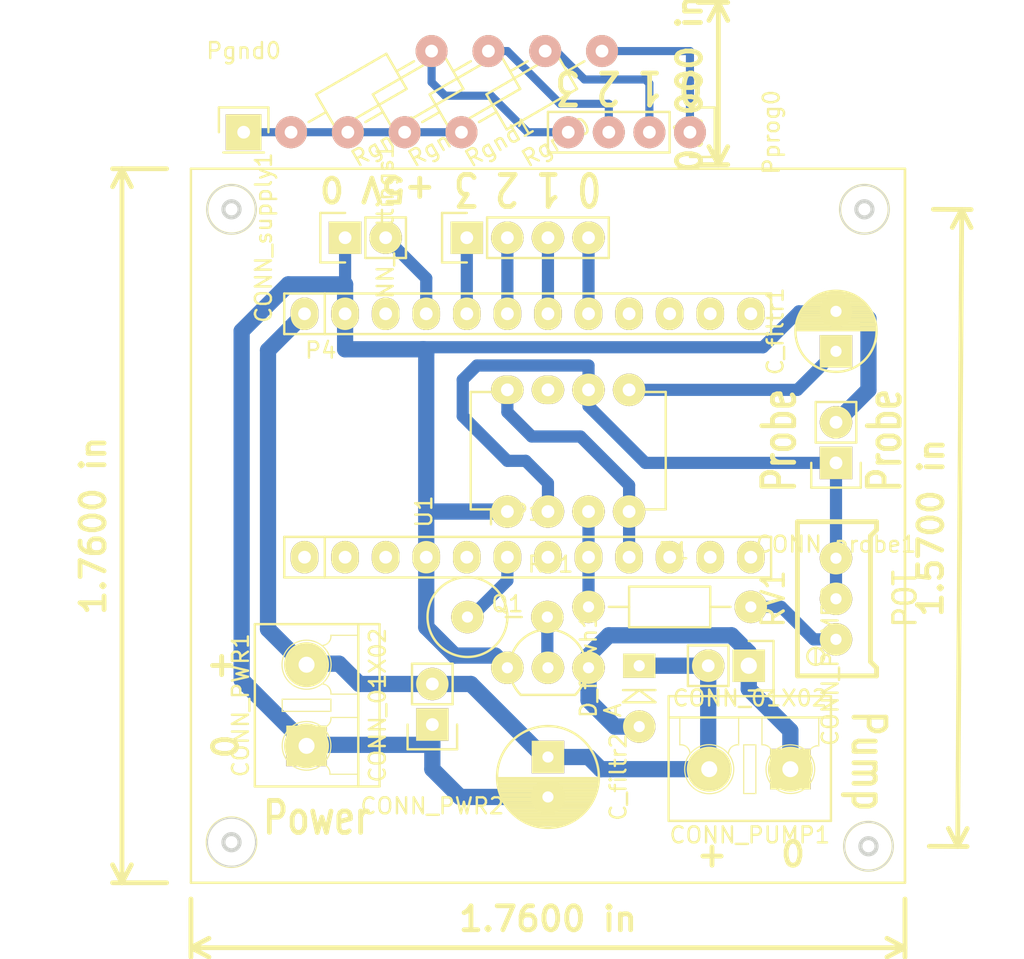
<source format=kicad_pcb>
(kicad_pcb (version 4) (host pcbnew 4.0.2+e4-6225~38~ubuntu14.04.1-stable)

  (general
    (links 45)
    (no_connects 5)
    (area 116.206001 68.326 174.5075 130.208001)
    (thickness 1.6)
    (drawings 32)
    (tracks 113)
    (zones 0)
    (modules 23)
    (nets 33)
  )

  (page A4)
  (title_block
    (date "sam. 04 avril 2015")
  )

  (layers
    (0 F.Cu signal)
    (31 B.Cu signal)
    (32 B.Adhes user)
    (33 F.Adhes user)
    (34 B.Paste user)
    (35 F.Paste user)
    (36 B.SilkS user)
    (37 F.SilkS user)
    (38 B.Mask user)
    (39 F.Mask user)
    (40 Dwgs.User user)
    (41 Cmts.User user)
    (42 Eco1.User user)
    (43 Eco2.User user)
    (44 Edge.Cuts user)
    (45 Margin user)
    (46 B.CrtYd user)
    (47 F.CrtYd user)
    (48 B.Fab user)
    (49 F.Fab user)
  )

  (setup
    (last_trace_width 0.25)
    (user_trace_width 0.508)
    (user_trace_width 0.762)
    (user_trace_width 1.016)
    (trace_clearance 0.2)
    (zone_clearance 0.508)
    (zone_45_only no)
    (trace_min 0.2)
    (segment_width 0.15)
    (edge_width 0.1)
    (via_size 0.6)
    (via_drill 0.4)
    (via_min_size 0.4)
    (via_min_drill 0.3)
    (uvia_size 0.3)
    (uvia_drill 0.1)
    (uvias_allowed no)
    (uvia_min_size 0.2)
    (uvia_min_drill 0.1)
    (pcb_text_width 0.3)
    (pcb_text_size 1.5 1.5)
    (mod_edge_width 0.15)
    (mod_text_size 1 1)
    (mod_text_width 0.15)
    (pad_size 1.524 2.032)
    (pad_drill 0.7)
    (pad_to_mask_clearance 0)
    (aux_axis_origin 137.16 114.3)
    (visible_elements FFFFFF7F)
    (pcbplotparams
      (layerselection 0x00030_80000001)
      (usegerberextensions false)
      (excludeedgelayer true)
      (linewidth 0.100000)
      (plotframeref false)
      (viasonmask false)
      (mode 1)
      (useauxorigin false)
      (hpglpennumber 1)
      (hpglpenspeed 20)
      (hpglpendiameter 15)
      (hpglpenoverlay 2)
      (psnegative false)
      (psa4output false)
      (plotreference true)
      (plotvalue true)
      (plotinvisibletext false)
      (padsonsilk false)
      (subtractmaskfromsilk false)
      (outputformat 1)
      (mirror false)
      (drillshape 1)
      (scaleselection 1)
      (outputdirectory print/))
  )

  (net 0 "")
  (net 1 "/1(Tx)")
  (net 2 "/0(Rx)")
  (net 3 /Reset)
  (net 4 GND)
  (net 5 /2)
  (net 6 "/3(**)")
  (net 7 /4)
  (net 8 "/5(**)")
  (net 9 /7)
  (net 10 /8)
  (net 11 "/9(**)")
  (net 12 VCC)
  (net 13 /A3)
  (net 14 /A2)
  (net 15 /A1)
  (net 16 /A0)
  (net 17 "/13(SCK)")
  (net 18 "/12(MISO)")
  (net 19 "/11(**/MOSI)")
  (net 20 "/10(**/SS)")
  (net 21 "Net-(CONN_probe1-Pad1)")
  (net 22 "Net-(CONN_PUMP1-Pad1)")
  (net 23 +12V)
  (net 24 "Net-(C_filtr1-Pad1)")
  (net 25 "Net-(Q1-Pad2)")
  (net 26 "Net-(R1-Pad2)")
  (net 27 "Net-(U1-Pad7)")
  (net 28 "Net-(Pgnd0-Pad1)")
  (net 29 "Net-(Pprog0-Pad1)")
  (net 30 "Net-(Pprog0-Pad2)")
  (net 31 "Net-(Pprog0-Pad3)")
  (net 32 "Net-(Pprog0-Pad4)")

  (net_class Default "This is the default net class."
    (clearance 0.2)
    (trace_width 0.25)
    (via_dia 0.6)
    (via_drill 0.4)
    (uvia_dia 0.3)
    (uvia_drill 0.1)
    (add_net +12V)
    (add_net "/0(Rx)")
    (add_net "/1(Tx)")
    (add_net "/10(**/SS)")
    (add_net "/11(**/MOSI)")
    (add_net "/12(MISO)")
    (add_net "/13(SCK)")
    (add_net /2)
    (add_net "/3(**)")
    (add_net /4)
    (add_net "/5(**)")
    (add_net /7)
    (add_net /8)
    (add_net "/9(**)")
    (add_net /A0)
    (add_net /A1)
    (add_net /A2)
    (add_net /A3)
    (add_net /Reset)
    (add_net GND)
    (add_net "Net-(CONN_PUMP1-Pad1)")
    (add_net "Net-(CONN_probe1-Pad1)")
    (add_net "Net-(C_filtr1-Pad1)")
    (add_net "Net-(Pgnd0-Pad1)")
    (add_net "Net-(Pprog0-Pad1)")
    (add_net "Net-(Pprog0-Pad2)")
    (add_net "Net-(Pprog0-Pad3)")
    (add_net "Net-(Pprog0-Pad4)")
    (add_net "Net-(Q1-Pad2)")
    (add_net "Net-(R1-Pad2)")
    (add_net "Net-(U1-Pad7)")
    (add_net VCC)
  )

  (module TO_SOT_Packages_THT:TO-92_Inline_Wide (layer F.Cu) (tedit 567F077D) (tstamp 567BF6A3)
    (at 148.336 109.982)
    (descr "TO-92 leads in-line, wide, drill 0.8mm (see NXP sot054_po.pdf)")
    (tags "to-92 sc-43 sc-43a sot54 PA33 transistor")
    (path /567F073B)
    (fp_text reference Q1 (at 0 -4 180) (layer F.SilkS)
      (effects (font (size 1 1) (thickness 0.15)))
    )
    (fp_text value 2N2222 (at 2.286 2.032) (layer F.Fab)
      (effects (font (size 1 1) (thickness 0.15)))
    )
    (fp_arc (start 2.54 0) (end 0.84 1.7) (angle 20.5) (layer F.SilkS) (width 0.15))
    (fp_arc (start 2.54 0) (end 4.24 1.7) (angle -20.5) (layer F.SilkS) (width 0.15))
    (fp_line (start -1 1.95) (end -1 -2.65) (layer F.CrtYd) (width 0.05))
    (fp_line (start -1 1.95) (end 6.1 1.95) (layer F.CrtYd) (width 0.05))
    (fp_line (start 0.84 1.7) (end 4.24 1.7) (layer F.SilkS) (width 0.15))
    (fp_arc (start 2.54 0) (end 2.54 -2.4) (angle -65.55604127) (layer F.SilkS) (width 0.15))
    (fp_arc (start 2.54 0) (end 2.54 -2.4) (angle 65.55604127) (layer F.SilkS) (width 0.15))
    (fp_line (start -1 -2.65) (end 6.1 -2.65) (layer F.CrtYd) (width 0.05))
    (fp_line (start 6.1 1.95) (end 6.1 -2.65) (layer F.CrtYd) (width 0.05))
    (pad 2 thru_hole oval (at 2.54 0) (size 2.032 2.032) (drill 0.7) (layers *.Cu *.Mask F.SilkS)
      (net 25 "Net-(Q1-Pad2)"))
    (pad 3 thru_hole oval (at 5.08 0) (size 2.032 2.032) (drill 0.7) (layers *.Cu *.Mask F.SilkS)
      (net 22 "Net-(CONN_PUMP1-Pad1)"))
    (pad 1 thru_hole oval (at 0 0) (size 2.032 2.032) (drill 0.7) (layers *.Cu *.Mask F.SilkS)
      (net 4 GND))
    (model TO_SOT_Packages_THT.3dshapes/TO-92_Inline_Wide.wrl
      (at (xyz 0.1 0 0))
      (scale (xyz 1 1 1))
      (rotate (xyz 0 0 -90))
    )
  )

  (module Socket_Arduino_Pro_Mini:Socket_Strip_Arduino_1x12 locked (layer F.Cu) (tedit 567CA188) (tstamp 552111CC)
    (at 135.636 103.0605)
    (descr "Through hole socket strip")
    (tags "socket strip")
    (path /552014A1)
    (fp_text reference P1 (at 13.97 -2.794) (layer F.SilkS)
      (effects (font (size 1 1) (thickness 0.15)))
    )
    (fp_text value Digital (at 18.034 -2.794) (layer F.Fab)
      (effects (font (size 1 1) (thickness 0.15)))
    )
    (fp_line (start 1.27 -1.27) (end -1.27 -1.27) (layer F.SilkS) (width 0.15))
    (fp_line (start -1.27 -1.27) (end -1.27 1.27) (layer F.SilkS) (width 0.15))
    (fp_line (start -1.27 1.27) (end 1.27 1.27) (layer F.SilkS) (width 0.15))
    (fp_line (start -1.75 -1.75) (end -1.75 1.75) (layer F.CrtYd) (width 0.05))
    (fp_line (start 29.7 -1.75) (end 29.7 1.75) (layer F.CrtYd) (width 0.05))
    (fp_line (start -1.75 -1.75) (end 29.7 -1.75) (layer F.CrtYd) (width 0.05))
    (fp_line (start -1.75 1.75) (end 29.7 1.75) (layer F.CrtYd) (width 0.05))
    (fp_line (start 1.27 1.27) (end 29.21 1.27) (layer F.SilkS) (width 0.15))
    (fp_line (start 29.21 1.27) (end 29.21 -1.27) (layer F.SilkS) (width 0.15))
    (fp_line (start 29.21 -1.27) (end 1.27 -1.27) (layer F.SilkS) (width 0.15))
    (fp_line (start 1.27 1.27) (end 1.27 -1.27) (layer F.SilkS) (width 0.15))
    (pad 1 thru_hole oval (at 0 0) (size 1.7272 2.032) (drill 0.8) (layers *.Cu *.Mask F.SilkS)
      (net 1 "/1(Tx)"))
    (pad 2 thru_hole oval (at 2.54 0) (size 1.7272 2.032) (drill 0.8) (layers *.Cu *.Mask F.SilkS)
      (net 2 "/0(Rx)"))
    (pad 3 thru_hole oval (at 5.08 0) (size 1.7272 2.032) (drill 0.8) (layers *.Cu *.Mask F.SilkS)
      (net 3 /Reset))
    (pad 4 thru_hole oval (at 7.62 0) (size 1.7272 2.032) (drill 0.8) (layers *.Cu *.Mask F.SilkS)
      (net 4 GND))
    (pad 5 thru_hole oval (at 10.16 0) (size 1.7272 2.032) (drill 0.8) (layers *.Cu *.Mask F.SilkS)
      (net 5 /2))
    (pad 6 thru_hole oval (at 12.7 0) (size 1.7272 2.032) (drill 0.8) (layers *.Cu *.Mask F.SilkS)
      (net 6 "/3(**)"))
    (pad 7 thru_hole oval (at 15.24 0) (size 1.7272 2.032) (drill 0.8) (layers *.Cu *.Mask F.SilkS)
      (net 7 /4))
    (pad 8 thru_hole oval (at 17.78 0) (size 1.7272 2.032) (drill 0.8) (layers *.Cu *.Mask F.SilkS)
      (net 8 "/5(**)"))
    (pad 9 thru_hole oval (at 20.32 0) (size 1.7272 2.032) (drill 0.8) (layers *.Cu *.Mask F.SilkS)
      (net 12 VCC))
    (pad 10 thru_hole oval (at 22.86 0) (size 1.7272 2.032) (drill 0.8) (layers *.Cu *.Mask F.SilkS)
      (net 9 /7))
    (pad 11 thru_hole oval (at 25.4 0) (size 1.7272 2.032) (drill 0.8) (layers *.Cu *.Mask F.SilkS)
      (net 10 /8))
    (pad 12 thru_hole oval (at 27.94 0) (size 1.7272 2.032) (drill 0.8) (layers *.Cu *.Mask F.SilkS)
      (net 11 "/9(**)"))
    (model ${KIPRJMOD}/Socket_Arduino_Pro_Mini.3dshapes/Socket_header_Arduino_1x12.wrl
      (at (xyz 0.55 0 0))
      (scale (xyz 1 1 1))
      (rotate (xyz 0 0 180))
    )
  )

  (module Socket_Arduino_Pro_Mini:Socket_Strip_Arduino_1x12 locked (layer F.Cu) (tedit 567CA146) (tstamp 5521120D)
    (at 135.636 87.8205)
    (descr "Through hole socket strip")
    (tags "socket strip")
    (path /552014EF)
    (fp_text reference P4 (at 1.016 2.286) (layer F.SilkS)
      (effects (font (size 1 1) (thickness 0.15)))
    )
    (fp_text value Analog (at 4.826 2.54) (layer F.Fab)
      (effects (font (size 1 1) (thickness 0.15)))
    )
    (fp_line (start 1.27 -1.27) (end -1.27 -1.27) (layer F.SilkS) (width 0.15))
    (fp_line (start -1.27 -1.27) (end -1.27 1.27) (layer F.SilkS) (width 0.15))
    (fp_line (start -1.27 1.27) (end 1.27 1.27) (layer F.SilkS) (width 0.15))
    (fp_line (start -1.75 -1.75) (end -1.75 1.75) (layer F.CrtYd) (width 0.05))
    (fp_line (start 29.7 -1.75) (end 29.7 1.75) (layer F.CrtYd) (width 0.05))
    (fp_line (start -1.75 -1.75) (end 29.7 -1.75) (layer F.CrtYd) (width 0.05))
    (fp_line (start -1.75 1.75) (end 29.7 1.75) (layer F.CrtYd) (width 0.05))
    (fp_line (start 1.27 1.27) (end 29.21 1.27) (layer F.SilkS) (width 0.15))
    (fp_line (start 29.21 1.27) (end 29.21 -1.27) (layer F.SilkS) (width 0.15))
    (fp_line (start 29.21 -1.27) (end 1.27 -1.27) (layer F.SilkS) (width 0.15))
    (fp_line (start 1.27 1.27) (end 1.27 -1.27) (layer F.SilkS) (width 0.15))
    (pad 1 thru_hole oval (at 0 0) (size 1.7272 2.032) (drill 0.8) (layers *.Cu *.Mask F.SilkS)
      (net 23 +12V))
    (pad 2 thru_hole oval (at 2.54 0) (size 1.7272 2.032) (drill 0.8) (layers *.Cu *.Mask F.SilkS)
      (net 4 GND))
    (pad 3 thru_hole oval (at 5.08 0) (size 1.7272 2.032) (drill 0.8) (layers *.Cu *.Mask F.SilkS)
      (net 3 /Reset))
    (pad 4 thru_hole oval (at 7.62 0) (size 1.7272 2.032) (drill 0.8) (layers *.Cu *.Mask F.SilkS)
      (net 12 VCC))
    (pad 5 thru_hole oval (at 10.16 0) (size 1.7272 2.032) (drill 0.8) (layers *.Cu *.Mask F.SilkS)
      (net 13 /A3))
    (pad 6 thru_hole oval (at 12.7 0) (size 1.7272 2.032) (drill 0.8) (layers *.Cu *.Mask F.SilkS)
      (net 14 /A2))
    (pad 7 thru_hole oval (at 15.24 0) (size 1.7272 2.032) (drill 0.8) (layers *.Cu *.Mask F.SilkS)
      (net 15 /A1))
    (pad 8 thru_hole oval (at 17.78 0) (size 1.7272 2.032) (drill 0.8) (layers *.Cu *.Mask F.SilkS)
      (net 16 /A0))
    (pad 9 thru_hole oval (at 20.32 0) (size 1.7272 2.032) (drill 0.8) (layers *.Cu *.Mask F.SilkS)
      (net 17 "/13(SCK)"))
    (pad 10 thru_hole oval (at 22.86 0) (size 1.7272 2.032) (drill 0.8) (layers *.Cu *.Mask F.SilkS)
      (net 18 "/12(MISO)"))
    (pad 11 thru_hole oval (at 25.4 0) (size 1.7272 2.032) (drill 0.8) (layers *.Cu *.Mask F.SilkS)
      (net 19 "/11(**/MOSI)"))
    (pad 12 thru_hole oval (at 27.94 0) (size 1.7272 2.032) (drill 0.8) (layers *.Cu *.Mask F.SilkS)
      (net 20 "/10(**/SS)"))
    (model ${KIPRJMOD}/Socket_Arduino_Pro_Mini.3dshapes/Socket_header_Arduino_1x12.wrl
      (at (xyz 0.55 0 0))
      (scale (xyz 1 1 1))
      (rotate (xyz 0 0 180))
    )
  )

  (module Pin_Headers:Pin_Header_Straight_1x02 (layer F.Cu) (tedit 567C9E98) (tstamp 567BF67E)
    (at 168.91 97.155 180)
    (descr "Through hole pin header")
    (tags "pin header")
    (path /567BDD3D)
    (fp_text reference CONN_probe1 (at 0 -5.1 180) (layer F.SilkS)
      (effects (font (size 1 1) (thickness 0.15)))
    )
    (fp_text value CONN_01X02 (at 0 -3.1 180) (layer F.Fab)
      (effects (font (size 1 1) (thickness 0.15)))
    )
    (fp_line (start 1.27 1.27) (end 1.27 3.81) (layer F.SilkS) (width 0.15))
    (fp_line (start 1.55 -1.55) (end 1.55 0) (layer F.SilkS) (width 0.15))
    (fp_line (start -1.75 -1.75) (end -1.75 4.3) (layer F.CrtYd) (width 0.05))
    (fp_line (start 1.75 -1.75) (end 1.75 4.3) (layer F.CrtYd) (width 0.05))
    (fp_line (start -1.75 -1.75) (end 1.75 -1.75) (layer F.CrtYd) (width 0.05))
    (fp_line (start -1.75 4.3) (end 1.75 4.3) (layer F.CrtYd) (width 0.05))
    (fp_line (start 1.27 1.27) (end -1.27 1.27) (layer F.SilkS) (width 0.15))
    (fp_line (start -1.55 0) (end -1.55 -1.55) (layer F.SilkS) (width 0.15))
    (fp_line (start -1.55 -1.55) (end 1.55 -1.55) (layer F.SilkS) (width 0.15))
    (fp_line (start -1.27 1.27) (end -1.27 3.81) (layer F.SilkS) (width 0.15))
    (fp_line (start -1.27 3.81) (end 1.27 3.81) (layer F.SilkS) (width 0.15))
    (pad 1 thru_hole rect (at 0 0 180) (size 2.032 2.032) (drill 0.8) (layers *.Cu *.Mask F.SilkS)
      (net 21 "Net-(CONN_probe1-Pad1)"))
    (pad 2 thru_hole oval (at 0 2.54 180) (size 2.032 2.032) (drill 0.8) (layers *.Cu *.Mask F.SilkS)
      (net 4 GND))
    (model Pin_Headers.3dshapes/Pin_Header_Straight_1x02.wrl
      (at (xyz 0 -0.05 0))
      (scale (xyz 1 1 1))
      (rotate (xyz 0 0 90))
    )
  )

  (module Pin_Headers:Pin_Header_Straight_1x02 (layer F.Cu) (tedit 567C9E90) (tstamp 567BF68A)
    (at 163.449 109.855 270)
    (descr "Through hole pin header")
    (tags "pin header")
    (path /567BFA6B)
    (fp_text reference CONN_PUMP2 (at 0 -5.1 270) (layer F.SilkS)
      (effects (font (size 1 1) (thickness 0.15)))
    )
    (fp_text value CONN_01X02 (at 0 -3.1 270) (layer F.Fab)
      (effects (font (size 1 1) (thickness 0.15)))
    )
    (fp_line (start 1.27 1.27) (end 1.27 3.81) (layer F.SilkS) (width 0.15))
    (fp_line (start 1.55 -1.55) (end 1.55 0) (layer F.SilkS) (width 0.15))
    (fp_line (start -1.75 -1.75) (end -1.75 4.3) (layer F.CrtYd) (width 0.05))
    (fp_line (start 1.75 -1.75) (end 1.75 4.3) (layer F.CrtYd) (width 0.05))
    (fp_line (start -1.75 -1.75) (end 1.75 -1.75) (layer F.CrtYd) (width 0.05))
    (fp_line (start -1.75 4.3) (end 1.75 4.3) (layer F.CrtYd) (width 0.05))
    (fp_line (start 1.27 1.27) (end -1.27 1.27) (layer F.SilkS) (width 0.15))
    (fp_line (start -1.55 0) (end -1.55 -1.55) (layer F.SilkS) (width 0.15))
    (fp_line (start -1.55 -1.55) (end 1.55 -1.55) (layer F.SilkS) (width 0.15))
    (fp_line (start -1.27 1.27) (end -1.27 3.81) (layer F.SilkS) (width 0.15))
    (fp_line (start -1.27 3.81) (end 1.27 3.81) (layer F.SilkS) (width 0.15))
    (pad 1 thru_hole rect (at 0 0 270) (size 2.032 2.032) (drill 1.016) (layers *.Cu *.Mask F.SilkS)
      (net 22 "Net-(CONN_PUMP1-Pad1)"))
    (pad 2 thru_hole oval (at 0 2.54 270) (size 2.032 2.032) (drill 0.8) (layers *.Cu *.Mask F.SilkS)
      (net 23 +12V))
    (model Pin_Headers.3dshapes/Pin_Header_Straight_1x02.wrl
      (at (xyz 0 -0.05 0))
      (scale (xyz 1 1 1))
      (rotate (xyz 0 0 90))
    )
  )

  (module Pin_Headers:Pin_Header_Straight_1x02 (layer F.Cu) (tedit 567C9E79) (tstamp 567BF696)
    (at 143.637 113.538 180)
    (descr "Through hole pin header")
    (tags "pin header")
    (path /567BF917)
    (fp_text reference CONN_PWR2 (at 0 -5.1 180) (layer F.SilkS)
      (effects (font (size 1 1) (thickness 0.15)))
    )
    (fp_text value CONN_01X02 (at 0 -3.1 180) (layer F.Fab)
      (effects (font (size 1 1) (thickness 0.15)))
    )
    (fp_line (start 1.27 1.27) (end 1.27 3.81) (layer F.SilkS) (width 0.15))
    (fp_line (start 1.55 -1.55) (end 1.55 0) (layer F.SilkS) (width 0.15))
    (fp_line (start -1.75 -1.75) (end -1.75 4.3) (layer F.CrtYd) (width 0.05))
    (fp_line (start 1.75 -1.75) (end 1.75 4.3) (layer F.CrtYd) (width 0.05))
    (fp_line (start -1.75 -1.75) (end 1.75 -1.75) (layer F.CrtYd) (width 0.05))
    (fp_line (start -1.75 4.3) (end 1.75 4.3) (layer F.CrtYd) (width 0.05))
    (fp_line (start 1.27 1.27) (end -1.27 1.27) (layer F.SilkS) (width 0.15))
    (fp_line (start -1.55 0) (end -1.55 -1.55) (layer F.SilkS) (width 0.15))
    (fp_line (start -1.55 -1.55) (end 1.55 -1.55) (layer F.SilkS) (width 0.15))
    (fp_line (start -1.27 1.27) (end -1.27 3.81) (layer F.SilkS) (width 0.15))
    (fp_line (start -1.27 3.81) (end 1.27 3.81) (layer F.SilkS) (width 0.15))
    (pad 1 thru_hole rect (at 0 0 180) (size 2.032 2.032) (drill 0.8) (layers *.Cu *.Mask F.SilkS)
      (net 4 GND))
    (pad 2 thru_hole oval (at 0 2.54 180) (size 2.032 2.032) (drill 0.8) (layers *.Cu *.Mask F.SilkS)
      (net 23 +12V))
    (model Pin_Headers.3dshapes/Pin_Header_Straight_1x02.wrl
      (at (xyz 0 -0.05 0))
      (scale (xyz 1 1 1))
      (rotate (xyz 0 0 90))
    )
  )

  (module Capacitors_ThroughHole:C_Radial_D5_L6_P2.5 (layer F.Cu) (tedit 567DBFE1) (tstamp 567BF69C)
    (at 168.91 90.17 90)
    (descr "Radial Electrolytic Capacitor Diameter 5mm x Length 6mm, Pitch 2.5mm")
    (tags "Electrolytic Capacitor")
    (path /567BEDBF)
    (fp_text reference C_filtr1 (at 1.25 -3.8 90) (layer F.SilkS)
      (effects (font (size 1 1) (thickness 0.15)))
    )
    (fp_text value CP1 (at 1.25 3.8 90) (layer F.Fab)
      (effects (font (size 1 1) (thickness 0.15)))
    )
    (fp_line (start 1.325 -2.499) (end 1.325 2.499) (layer F.SilkS) (width 0.15))
    (fp_line (start 1.465 -2.491) (end 1.465 2.491) (layer F.SilkS) (width 0.15))
    (fp_line (start 1.605 -2.475) (end 1.605 -0.095) (layer F.SilkS) (width 0.15))
    (fp_line (start 1.605 0.095) (end 1.605 2.475) (layer F.SilkS) (width 0.15))
    (fp_line (start 1.745 -2.451) (end 1.745 -0.49) (layer F.SilkS) (width 0.15))
    (fp_line (start 1.745 0.49) (end 1.745 2.451) (layer F.SilkS) (width 0.15))
    (fp_line (start 1.885 -2.418) (end 1.885 -0.657) (layer F.SilkS) (width 0.15))
    (fp_line (start 1.885 0.657) (end 1.885 2.418) (layer F.SilkS) (width 0.15))
    (fp_line (start 2.025 -2.377) (end 2.025 -0.764) (layer F.SilkS) (width 0.15))
    (fp_line (start 2.025 0.764) (end 2.025 2.377) (layer F.SilkS) (width 0.15))
    (fp_line (start 2.165 -2.327) (end 2.165 -0.835) (layer F.SilkS) (width 0.15))
    (fp_line (start 2.165 0.835) (end 2.165 2.327) (layer F.SilkS) (width 0.15))
    (fp_line (start 2.305 -2.266) (end 2.305 -0.879) (layer F.SilkS) (width 0.15))
    (fp_line (start 2.305 0.879) (end 2.305 2.266) (layer F.SilkS) (width 0.15))
    (fp_line (start 2.445 -2.196) (end 2.445 -0.898) (layer F.SilkS) (width 0.15))
    (fp_line (start 2.445 0.898) (end 2.445 2.196) (layer F.SilkS) (width 0.15))
    (fp_line (start 2.585 -2.114) (end 2.585 -0.896) (layer F.SilkS) (width 0.15))
    (fp_line (start 2.585 0.896) (end 2.585 2.114) (layer F.SilkS) (width 0.15))
    (fp_line (start 2.725 -2.019) (end 2.725 -0.871) (layer F.SilkS) (width 0.15))
    (fp_line (start 2.725 0.871) (end 2.725 2.019) (layer F.SilkS) (width 0.15))
    (fp_line (start 2.865 -1.908) (end 2.865 -0.823) (layer F.SilkS) (width 0.15))
    (fp_line (start 2.865 0.823) (end 2.865 1.908) (layer F.SilkS) (width 0.15))
    (fp_line (start 3.005 -1.78) (end 3.005 -0.745) (layer F.SilkS) (width 0.15))
    (fp_line (start 3.005 0.745) (end 3.005 1.78) (layer F.SilkS) (width 0.15))
    (fp_line (start 3.145 -1.631) (end 3.145 -0.628) (layer F.SilkS) (width 0.15))
    (fp_line (start 3.145 0.628) (end 3.145 1.631) (layer F.SilkS) (width 0.15))
    (fp_line (start 3.285 -1.452) (end 3.285 -0.44) (layer F.SilkS) (width 0.15))
    (fp_line (start 3.285 0.44) (end 3.285 1.452) (layer F.SilkS) (width 0.15))
    (fp_line (start 3.425 -1.233) (end 3.425 1.233) (layer F.SilkS) (width 0.15))
    (fp_line (start 3.565 -0.944) (end 3.565 0.944) (layer F.SilkS) (width 0.15))
    (fp_line (start 3.705 -0.472) (end 3.705 0.472) (layer F.SilkS) (width 0.15))
    (fp_circle (center 2.5 0) (end 2.5 -0.9) (layer F.SilkS) (width 0.15))
    (fp_circle (center 1.25 0) (end 1.25 -2.5375) (layer F.SilkS) (width 0.15))
    (fp_circle (center 1.25 0) (end 1.25 -2.8) (layer F.CrtYd) (width 0.05))
    (pad 1 thru_hole rect (at 0 0 90) (size 2.032 2.032) (drill 0.7) (layers *.Cu *.Mask F.SilkS)
      (net 24 "Net-(C_filtr1-Pad1)"))
    (pad 2 thru_hole oval (at 2.5 0 90) (size 2.032 2.032) (drill 0.7) (layers *.Cu *.Mask F.SilkS)
      (net 4 GND))
    (model Capacitors_ThroughHole.3dshapes/C_Radial_D5_L6_P2.5.wrl
      (at (xyz 0.0492126 0 0))
      (scale (xyz 1 1 1))
      (rotate (xyz 0 0 90))
    )
  )

  (module Resistors_ThroughHole:Resistor_Horizontal_RM10mm (layer F.Cu) (tedit 567CA24C) (tstamp 567BF6A9)
    (at 158.496 106.172)
    (descr "Resistor, Axial,  RM 10mm, 1/3W,")
    (tags "Resistor, Axial, RM 10mm, 1/3W,")
    (path /567C1585)
    (fp_text reference R1 (at 0.24892 -3.50012) (layer F.SilkS)
      (effects (font (size 1 1) (thickness 0.15)))
    )
    (fp_text value R (at 3.81 3.81) (layer F.Fab)
      (effects (font (size 1 1) (thickness 0.15)))
    )
    (fp_line (start -2.54 -1.27) (end 2.54 -1.27) (layer F.SilkS) (width 0.15))
    (fp_line (start 2.54 -1.27) (end 2.54 1.27) (layer F.SilkS) (width 0.15))
    (fp_line (start 2.54 1.27) (end -2.54 1.27) (layer F.SilkS) (width 0.15))
    (fp_line (start -2.54 1.27) (end -2.54 -1.27) (layer F.SilkS) (width 0.15))
    (fp_line (start -2.54 0) (end -3.81 0) (layer F.SilkS) (width 0.15))
    (fp_line (start 2.54 0) (end 3.81 0) (layer F.SilkS) (width 0.15))
    (pad 1 thru_hole oval (at -5.08 0) (size 2.032 2.032) (drill 0.7) (layers *.Cu *.Mask F.SilkS)
      (net 8 "/5(**)"))
    (pad 2 thru_hole oval (at 5.08 0) (size 2.032 2.032) (drill 0.7) (layers *.Cu *.Mask F.SilkS)
      (net 26 "Net-(R1-Pad2)"))
    (model Resistors_ThroughHole.3dshapes/Resistor_Horizontal_RM10mm.wrl
      (at (xyz 0 0 0))
      (scale (xyz 0.4 0.4 0.4))
      (rotate (xyz 0 0 0))
    )
  )

  (module trimpot-cermet-btype:RV-bline (layer F.Cu) (tedit 567CA231) (tstamp 567BF6B6)
    (at 168.91 105.664 90)
    (descr "Resistance variable / Potentiometre")
    (tags R)
    (path /567BDF14)
    (fp_text reference RV1 (at 0 -3.937 90) (layer F.SilkS)
      (effects (font (size 1.397 1.27) (thickness 0.2032)))
    )
    (fp_text value POT (at 0 4.318 90) (layer F.SilkS)
      (effects (font (size 1.397 1.27) (thickness 0.2032)))
    )
    (fp_line (start 4.826 2.54) (end 4.318 2.54) (layer F.SilkS) (width 0.3048))
    (fp_line (start 4.318 2.54) (end 3.937 2.159) (layer F.SilkS) (width 0.3048))
    (fp_line (start 3.937 2.159) (end -3.937 2.159) (layer F.SilkS) (width 0.3048))
    (fp_line (start -4.318 2.54) (end -4.826 2.54) (layer F.SilkS) (width 0.3048))
    (fp_line (start -4.318 2.54) (end -3.937 2.159) (layer F.SilkS) (width 0.3048))
    (fp_line (start -4.064 -1.27) (end -3.048 -1.27) (layer F.SilkS) (width 0.15))
    (fp_circle (center -3.603 -1.27) (end -3.429 -0.769) (layer F.SilkS) (width 0.15))
    (fp_line (start -4.826 -2.413) (end 4.826 -2.413) (layer F.SilkS) (width 0.3048))
    (fp_line (start 4.826 -2.413) (end 4.826 2.54) (layer F.SilkS) (width 0.3048))
    (fp_line (start -4.826 2.54) (end -4.826 -2.41) (layer F.SilkS) (width 0.3048))
    (pad 1 thru_hole oval (at -2.54 0 90) (size 2.032 2.032) (drill 0.7) (layers *.Cu *.Mask F.SilkS)
      (net 26 "Net-(R1-Pad2)"))
    (pad 2 thru_hole oval (at 0 0 90) (size 2.032 2.032) (drill 0.7) (layers *.Cu *.Mask F.SilkS)
      (net 21 "Net-(CONN_probe1-Pad1)"))
    (pad 3 thru_hole oval (at 2.54 0 90) (size 2.032 2.032) (drill 0.7) (layers *.Cu *.Mask F.SilkS)
      (net 21 "Net-(CONN_probe1-Pad1)"))
  )

  (module Capacitors_ThroughHole:C_Radial_D6.3_L11.2_P2.5 (layer F.Cu) (tedit 567DBFCC) (tstamp 567C5FA5)
    (at 150.876 115.57 270)
    (descr "Radial Electrolytic Capacitor, Diameter 6.3mm x Length 11.2mm, Pitch 2.5mm")
    (tags "Electrolytic Capacitor")
    (path /567C5CD6)
    (fp_text reference C_filtr2 (at 1.25 -4.4 270) (layer F.SilkS)
      (effects (font (size 1 1) (thickness 0.15)))
    )
    (fp_text value CP1 (at 1.25 4.4 270) (layer F.Fab)
      (effects (font (size 1 1) (thickness 0.15)))
    )
    (fp_line (start 1.325 -3.149) (end 1.325 3.149) (layer F.SilkS) (width 0.15))
    (fp_line (start 1.465 -3.143) (end 1.465 3.143) (layer F.SilkS) (width 0.15))
    (fp_line (start 1.605 -3.13) (end 1.605 -0.446) (layer F.SilkS) (width 0.15))
    (fp_line (start 1.605 0.446) (end 1.605 3.13) (layer F.SilkS) (width 0.15))
    (fp_line (start 1.745 -3.111) (end 1.745 -0.656) (layer F.SilkS) (width 0.15))
    (fp_line (start 1.745 0.656) (end 1.745 3.111) (layer F.SilkS) (width 0.15))
    (fp_line (start 1.885 -3.085) (end 1.885 -0.789) (layer F.SilkS) (width 0.15))
    (fp_line (start 1.885 0.789) (end 1.885 3.085) (layer F.SilkS) (width 0.15))
    (fp_line (start 2.025 -3.053) (end 2.025 -0.88) (layer F.SilkS) (width 0.15))
    (fp_line (start 2.025 0.88) (end 2.025 3.053) (layer F.SilkS) (width 0.15))
    (fp_line (start 2.165 -3.014) (end 2.165 -0.942) (layer F.SilkS) (width 0.15))
    (fp_line (start 2.165 0.942) (end 2.165 3.014) (layer F.SilkS) (width 0.15))
    (fp_line (start 2.305 -2.968) (end 2.305 -0.981) (layer F.SilkS) (width 0.15))
    (fp_line (start 2.305 0.981) (end 2.305 2.968) (layer F.SilkS) (width 0.15))
    (fp_line (start 2.445 -2.915) (end 2.445 -0.998) (layer F.SilkS) (width 0.15))
    (fp_line (start 2.445 0.998) (end 2.445 2.915) (layer F.SilkS) (width 0.15))
    (fp_line (start 2.585 -2.853) (end 2.585 -0.996) (layer F.SilkS) (width 0.15))
    (fp_line (start 2.585 0.996) (end 2.585 2.853) (layer F.SilkS) (width 0.15))
    (fp_line (start 2.725 -2.783) (end 2.725 -0.974) (layer F.SilkS) (width 0.15))
    (fp_line (start 2.725 0.974) (end 2.725 2.783) (layer F.SilkS) (width 0.15))
    (fp_line (start 2.865 -2.704) (end 2.865 -0.931) (layer F.SilkS) (width 0.15))
    (fp_line (start 2.865 0.931) (end 2.865 2.704) (layer F.SilkS) (width 0.15))
    (fp_line (start 3.005 -2.616) (end 3.005 -0.863) (layer F.SilkS) (width 0.15))
    (fp_line (start 3.005 0.863) (end 3.005 2.616) (layer F.SilkS) (width 0.15))
    (fp_line (start 3.145 -2.516) (end 3.145 -0.764) (layer F.SilkS) (width 0.15))
    (fp_line (start 3.145 0.764) (end 3.145 2.516) (layer F.SilkS) (width 0.15))
    (fp_line (start 3.285 -2.404) (end 3.285 -0.619) (layer F.SilkS) (width 0.15))
    (fp_line (start 3.285 0.619) (end 3.285 2.404) (layer F.SilkS) (width 0.15))
    (fp_line (start 3.425 -2.279) (end 3.425 -0.38) (layer F.SilkS) (width 0.15))
    (fp_line (start 3.425 0.38) (end 3.425 2.279) (layer F.SilkS) (width 0.15))
    (fp_line (start 3.565 -2.136) (end 3.565 2.136) (layer F.SilkS) (width 0.15))
    (fp_line (start 3.705 -1.974) (end 3.705 1.974) (layer F.SilkS) (width 0.15))
    (fp_line (start 3.845 -1.786) (end 3.845 1.786) (layer F.SilkS) (width 0.15))
    (fp_line (start 3.985 -1.563) (end 3.985 1.563) (layer F.SilkS) (width 0.15))
    (fp_line (start 4.125 -1.287) (end 4.125 1.287) (layer F.SilkS) (width 0.15))
    (fp_line (start 4.265 -0.912) (end 4.265 0.912) (layer F.SilkS) (width 0.15))
    (fp_circle (center 2.5 0) (end 2.5 -1) (layer F.SilkS) (width 0.15))
    (fp_circle (center 1.25 0) (end 1.25 -3.1875) (layer F.SilkS) (width 0.15))
    (fp_circle (center 1.25 0) (end 1.25 -3.4) (layer F.CrtYd) (width 0.05))
    (pad 2 thru_hole oval (at 2.5 0 270) (size 2.032 2.032) (drill 0.7) (layers *.Cu *.Mask F.SilkS)
      (net 4 GND))
    (pad 1 thru_hole rect (at 0 0 270) (size 2.032 2.032) (drill 0.7) (layers *.Cu *.Mask F.SilkS)
      (net 23 +12V))
    (model Capacitors_ThroughHole.3dshapes/C_Radial_D6.3_L11.2_P2.5.wrl
      (at (xyz 0 0 0))
      (scale (xyz 1 1 1))
      (rotate (xyz 0 0 0))
    )
  )

  (module Diodes_ThroughHole:Diode_DO-41_SOD81_Vertical_AnodeUp (layer F.Cu) (tedit 56889BDC) (tstamp 567C5FAB)
    (at 156.591 109.855 270)
    (descr "Diode, DO-41, SOD81, Vertical, Anode Up,")
    (tags "Diode, DO-41, SOD81, Vertical, Anode Up, 1N4007, SB140,")
    (path /567C6383)
    (fp_text reference D_flywh1 (at 0 3.175 270) (layer F.SilkS)
      (effects (font (size 1 1) (thickness 0.15)))
    )
    (fp_text value D_Small (at 0.05 -2 270) (layer F.Fab)
      (effects (font (size 1 1) (thickness 0.15)))
    )
    (fp_text user A (at 2.794 1.651 270) (layer F.SilkS)
      (effects (font (size 1 1) (thickness 0.15)))
    )
    (fp_line (start 1.524 0) (end 2.286 1.016) (layer F.SilkS) (width 0.15))
    (fp_line (start 1.524 0) (end 2.286 -1.016) (layer F.SilkS) (width 0.15))
    (fp_line (start 1.524 -1.016) (end 1.524 1.016) (layer F.SilkS) (width 0.15))
    (fp_line (start 2.286 -1.016) (end 2.286 1.016) (layer F.SilkS) (width 0.15))
    (pad 2 thru_hole oval (at 3.81 0 270) (size 2.032 2.032) (drill 0.7) (layers *.Cu *.Mask F.SilkS)
      (net 22 "Net-(CONN_PUMP1-Pad1)"))
    (pad 1 thru_hole rect (at 0 0 270) (size 1.524 2.032) (drill 0.7) (layers *.Cu *.Mask F.SilkS)
      (net 23 +12V))
  )

  (module Housings_DIP:DIP-8_W7.62mm (layer F.Cu) (tedit 567CA0B5) (tstamp 567C61B9)
    (at 148.336 100.203 90)
    (descr "8-lead dip package, row spacing 7.62 mm (300 mils)")
    (tags "dil dip 2.54 300")
    (path /567BDC87)
    (fp_text reference U1 (at 0 -5.22 90) (layer F.SilkS)
      (effects (font (size 1 1) (thickness 0.15)))
    )
    (fp_text value LM555N (at 0 -3.72 90) (layer F.Fab)
      (effects (font (size 1 1) (thickness 0.15)))
    )
    (fp_line (start -1.05 -2.45) (end -1.05 10.1) (layer F.CrtYd) (width 0.05))
    (fp_line (start 8.65 -2.45) (end 8.65 10.1) (layer F.CrtYd) (width 0.05))
    (fp_line (start -1.05 -2.45) (end 8.65 -2.45) (layer F.CrtYd) (width 0.05))
    (fp_line (start -1.05 10.1) (end 8.65 10.1) (layer F.CrtYd) (width 0.05))
    (fp_line (start 0.135 -2.295) (end 0.135 -1.025) (layer F.SilkS) (width 0.15))
    (fp_line (start 7.485 -2.295) (end 7.485 -1.025) (layer F.SilkS) (width 0.15))
    (fp_line (start 7.485 9.915) (end 7.485 8.645) (layer F.SilkS) (width 0.15))
    (fp_line (start 0.135 9.915) (end 0.135 8.645) (layer F.SilkS) (width 0.15))
    (fp_line (start 0.135 -2.295) (end 7.485 -2.295) (layer F.SilkS) (width 0.15))
    (fp_line (start 0.135 9.915) (end 7.485 9.915) (layer F.SilkS) (width 0.15))
    (fp_line (start 0.135 -1.025) (end -0.8 -1.025) (layer F.SilkS) (width 0.15))
    (pad 1 thru_hole oval (at 0 0 90) (size 2.032 2.032) (drill 0.8) (layers *.Cu *.Mask F.SilkS)
      (net 4 GND))
    (pad 2 thru_hole oval (at 0 2.54 90) (size 2.032 2.032) (drill 0.8) (layers *.Cu *.Mask F.SilkS)
      (net 21 "Net-(CONN_probe1-Pad1)"))
    (pad 3 thru_hole oval (at 0 5.08 90) (size 2.032 2.032) (drill 0.8) (layers *.Cu *.Mask F.SilkS)
      (net 8 "/5(**)"))
    (pad 4 thru_hole oval (at 0 7.62 90) (size 2.032 2.032) (drill 0.8) (layers *.Cu *.Mask F.SilkS)
      (net 12 VCC))
    (pad 5 thru_hole oval (at 7.62 7.62 90) (size 2.032 2.032) (drill 0.8) (layers *.Cu *.Mask F.SilkS)
      (net 24 "Net-(C_filtr1-Pad1)"))
    (pad 6 thru_hole oval (at 7.62 5.08 90) (size 2.032 2.032) (drill 0.8) (layers *.Cu *.Mask F.SilkS)
      (net 21 "Net-(CONN_probe1-Pad1)"))
    (pad 7 thru_hole oval (at 7.62 2.54 90) (size 1.778 2.032) (drill 0.8) (layers *.Cu *.Mask F.SilkS)
      (net 27 "Net-(U1-Pad7)"))
    (pad 8 thru_hole oval (at 7.62 0 90) (size 1.778 2.032) (drill 0.8) (layers *.Cu *.Mask F.SilkS)
      (net 12 VCC))
    (model Housings_DIP.3dshapes/DIP-8_W7.62mm.wrl
      (at (xyz 0 0 0))
      (scale (xyz 1 1 1))
      (rotate (xyz 0 0 0))
    )
  )

  (module Resistors_ThroughHole:Resistor_Vertical_RM5mm (layer F.Cu) (tedit 567F0773) (tstamp 567C6DBB)
    (at 148.336 106.807)
    (descr "Resistor, Vertical, RM 5mm, 1/3W,")
    (tags "Resistor, Vertical, RM 5mm, 1/3W,")
    (path /567BF76B)
    (fp_text reference Rb1 (at 2.70002 -3.29946) (layer F.SilkS)
      (effects (font (size 1 1) (thickness 0.15)))
    )
    (fp_text value 470R (at -4.064 0.127 90) (layer F.Fab)
      (effects (font (size 1 1) (thickness 0.15)))
    )
    (fp_line (start -0.09906 0) (end 0.9017 0) (layer F.SilkS) (width 0.15))
    (fp_circle (center -2.49936 0) (end 0 0) (layer F.SilkS) (width 0.15))
    (pad 1 thru_hole oval (at -2.49936 0) (size 2.032 2.032) (drill 0.7) (layers *.Cu *.Mask F.SilkS)
      (net 6 "/3(**)"))
    (pad 2 thru_hole oval (at 2.5019 0) (size 2.032 2.032) (drill 0.7) (layers *.Cu *.Mask F.SilkS)
      (net 25 "Net-(Q1-Pad2)"))
  )

  (module Pin_Headers:Pin_Header_Straight_1x04 (layer F.Cu) (tedit 567C9EAB) (tstamp 567C952C)
    (at 145.796 83.058 90)
    (descr "Through hole pin header")
    (tags "pin header")
    (path /567CAEC6)
    (fp_text reference CONN_settings1 (at 0 -5.1 90) (layer F.SilkS)
      (effects (font (size 1 1) (thickness 0.15)))
    )
    (fp_text value CONN_01X04 (at 0 -3.1 90) (layer F.Fab)
      (effects (font (size 1 1) (thickness 0.15)))
    )
    (fp_line (start -1.75 -1.75) (end -1.75 9.4) (layer F.CrtYd) (width 0.05))
    (fp_line (start 1.75 -1.75) (end 1.75 9.4) (layer F.CrtYd) (width 0.05))
    (fp_line (start -1.75 -1.75) (end 1.75 -1.75) (layer F.CrtYd) (width 0.05))
    (fp_line (start -1.75 9.4) (end 1.75 9.4) (layer F.CrtYd) (width 0.05))
    (fp_line (start -1.27 1.27) (end -1.27 8.89) (layer F.SilkS) (width 0.15))
    (fp_line (start 1.27 1.27) (end 1.27 8.89) (layer F.SilkS) (width 0.15))
    (fp_line (start 1.55 -1.55) (end 1.55 0) (layer F.SilkS) (width 0.15))
    (fp_line (start -1.27 8.89) (end 1.27 8.89) (layer F.SilkS) (width 0.15))
    (fp_line (start 1.27 1.27) (end -1.27 1.27) (layer F.SilkS) (width 0.15))
    (fp_line (start -1.55 0) (end -1.55 -1.55) (layer F.SilkS) (width 0.15))
    (fp_line (start -1.55 -1.55) (end 1.55 -1.55) (layer F.SilkS) (width 0.15))
    (pad 1 thru_hole rect (at 0 0 90) (size 2.032 2.032) (drill 0.8) (layers *.Cu *.Mask F.SilkS)
      (net 13 /A3))
    (pad 2 thru_hole oval (at 0 2.54 90) (size 2.032 2.032) (drill 0.8) (layers *.Cu *.Mask F.SilkS)
      (net 14 /A2))
    (pad 3 thru_hole oval (at 0 5.08 90) (size 2.032 2.032) (drill 0.8) (layers *.Cu *.Mask F.SilkS)
      (net 15 /A1))
    (pad 4 thru_hole oval (at 0 7.62 90) (size 2.032 2.032) (drill 0.8) (layers *.Cu *.Mask F.SilkS)
      (net 16 /A0))
    (model Pin_Headers.3dshapes/Pin_Header_Straight_1x04.wrl
      (at (xyz 0 -0.15 0))
      (scale (xyz 1 1 1))
      (rotate (xyz 0 0 90))
    )
  )

  (module Pin_Headers:Pin_Header_Straight_1x02 (layer F.Cu) (tedit 567C9EB7) (tstamp 567C9532)
    (at 138.176 83.058 90)
    (descr "Through hole pin header")
    (tags "pin header")
    (path /567CADAD)
    (fp_text reference CONN_supply1 (at 0 -5.1 90) (layer F.SilkS)
      (effects (font (size 1 1) (thickness 0.15)))
    )
    (fp_text value CONN_01X02 (at 0 -3.1 90) (layer F.Fab)
      (effects (font (size 1 1) (thickness 0.15)))
    )
    (fp_line (start 1.27 1.27) (end 1.27 3.81) (layer F.SilkS) (width 0.15))
    (fp_line (start 1.55 -1.55) (end 1.55 0) (layer F.SilkS) (width 0.15))
    (fp_line (start -1.75 -1.75) (end -1.75 4.3) (layer F.CrtYd) (width 0.05))
    (fp_line (start 1.75 -1.75) (end 1.75 4.3) (layer F.CrtYd) (width 0.05))
    (fp_line (start -1.75 -1.75) (end 1.75 -1.75) (layer F.CrtYd) (width 0.05))
    (fp_line (start -1.75 4.3) (end 1.75 4.3) (layer F.CrtYd) (width 0.05))
    (fp_line (start 1.27 1.27) (end -1.27 1.27) (layer F.SilkS) (width 0.15))
    (fp_line (start -1.55 0) (end -1.55 -1.55) (layer F.SilkS) (width 0.15))
    (fp_line (start -1.55 -1.55) (end 1.55 -1.55) (layer F.SilkS) (width 0.15))
    (fp_line (start -1.27 1.27) (end -1.27 3.81) (layer F.SilkS) (width 0.15))
    (fp_line (start -1.27 3.81) (end 1.27 3.81) (layer F.SilkS) (width 0.15))
    (pad 1 thru_hole rect (at 0 0 90) (size 2.032 2.032) (drill 0.8) (layers *.Cu *.Mask F.SilkS)
      (net 4 GND))
    (pad 2 thru_hole oval (at 0 2.54 90) (size 2.032 2.032) (drill 0.8) (layers *.Cu *.Mask F.SilkS)
      (net 12 VCC))
    (model Pin_Headers.3dshapes/Pin_Header_Straight_1x02.wrl
      (at (xyz 0 -0.05 0))
      (scale (xyz 1 1 1))
      (rotate (xyz 0 0 90))
    )
  )

  (module Pin_Headers:Pin_Header_Straight_1x01 (layer F.Cu) (tedit 56812C37) (tstamp 56812183)
    (at 131.826 76.454)
    (descr "Through hole pin header")
    (tags "pin header")
    (path /56811CDB)
    (fp_text reference Pgnd0 (at 0 -5.1) (layer F.SilkS)
      (effects (font (size 1 1) (thickness 0.15)))
    )
    (fp_text value CONN_01X01 (at 0 -3.1) (layer F.Fab)
      (effects (font (size 1 1) (thickness 0.15)))
    )
    (fp_line (start 1.55 -1.55) (end 1.55 0) (layer F.SilkS) (width 0.15))
    (fp_line (start -1.75 -1.75) (end -1.75 1.75) (layer F.CrtYd) (width 0.05))
    (fp_line (start 1.75 -1.75) (end 1.75 1.75) (layer F.CrtYd) (width 0.05))
    (fp_line (start -1.75 -1.75) (end 1.75 -1.75) (layer F.CrtYd) (width 0.05))
    (fp_line (start -1.75 1.75) (end 1.75 1.75) (layer F.CrtYd) (width 0.05))
    (fp_line (start -1.55 0) (end -1.55 -1.55) (layer F.SilkS) (width 0.15))
    (fp_line (start -1.55 -1.55) (end 1.55 -1.55) (layer F.SilkS) (width 0.15))
    (fp_line (start -1.27 1.27) (end 1.27 1.27) (layer F.SilkS) (width 0.15))
    (pad 1 thru_hole rect (at 0 0) (size 2.2352 2.2352) (drill 0.8) (layers *.Cu *.Mask F.SilkS)
      (net 28 "Net-(Pgnd0-Pad1)"))
    (model Pin_Headers.3dshapes/Pin_Header_Straight_1x01.wrl
      (at (xyz 0 0 0))
      (scale (xyz 1 1 1))
      (rotate (xyz 0 0 90))
    )
  )

  (module Pin_Headers:Pin_Header_Straight_1x04 (layer F.Cu) (tedit 56812C91) (tstamp 5681218B)
    (at 159.766 76.454 270)
    (descr "Through hole pin header")
    (tags "pin header")
    (path /56811D54)
    (fp_text reference Pprog0 (at 0 -5.1 270) (layer F.SilkS)
      (effects (font (size 1 1) (thickness 0.15)))
    )
    (fp_text value CONN_01X04 (at 0 -3.1 270) (layer F.Fab)
      (effects (font (size 1 1) (thickness 0.15)))
    )
    (fp_line (start -1.75 -1.75) (end -1.75 9.4) (layer F.CrtYd) (width 0.05))
    (fp_line (start 1.75 -1.75) (end 1.75 9.4) (layer F.CrtYd) (width 0.05))
    (fp_line (start -1.75 -1.75) (end 1.75 -1.75) (layer F.CrtYd) (width 0.05))
    (fp_line (start -1.75 9.4) (end 1.75 9.4) (layer F.CrtYd) (width 0.05))
    (fp_line (start -1.27 1.27) (end -1.27 8.89) (layer F.SilkS) (width 0.15))
    (fp_line (start 1.27 1.27) (end 1.27 8.89) (layer F.SilkS) (width 0.15))
    (fp_line (start 1.55 -1.55) (end 1.55 0) (layer F.SilkS) (width 0.15))
    (fp_line (start -1.27 8.89) (end 1.27 8.89) (layer F.SilkS) (width 0.15))
    (fp_line (start 1.27 1.27) (end -1.27 1.27) (layer F.SilkS) (width 0.15))
    (fp_line (start -1.55 0) (end -1.55 -1.55) (layer F.SilkS) (width 0.15))
    (fp_line (start -1.55 -1.55) (end 1.55 -1.55) (layer F.SilkS) (width 0.15))
    (pad 1 thru_hole circle (at 0 0 270) (size 1.99898 1.99898) (drill 0.8) (layers *.Cu *.SilkS *.Mask)
      (net 29 "Net-(Pprog0-Pad1)"))
    (pad 2 thru_hole circle (at 0 2.54 270) (size 1.99898 1.99898) (drill 0.8) (layers *.Cu *.SilkS *.Mask)
      (net 29 "Net-(Pprog0-Pad1)"))
    (pad 3 thru_hole circle (at 0 5.08 270) (size 1.99898 1.99898) (drill 0.8) (layers *.Cu *.SilkS *.Mask)
      (net 29 "Net-(Pprog0-Pad1)"))
    (pad 4 thru_hole circle (at 0 7.62 270) (size 1.99898 1.99898) (drill 0.8) (layers *.Cu *.SilkS *.Mask)
      (net 29 "Net-(Pprog0-Pad1)"))
    (model Pin_Headers.3dshapes/Pin_Header_Straight_1x04.wrl
      (at (xyz 0 -0.15 0))
      (scale (xyz 1 1 1))
      (rotate (xyz 0 0 90))
    )
  )

  (module Resistors_ThroughHole:Resistor_Horizontal_RM10mm (layer F.Cu) (tedit 56812CB0) (tstamp 56812191)
    (at 149.86 73.914 210)
    (descr "Resistor, Axial,  RM 10mm, 1/3W,")
    (tags "Resistor, Axial, RM 10mm, 1/3W,")
    (path /56811E26)
    (fp_text reference Rgnd0 (at 0.24892 -3.50012 210) (layer F.SilkS)
      (effects (font (size 1 1) (thickness 0.15)))
    )
    (fp_text value 100R (at 3.81 3.81 210) (layer F.Fab)
      (effects (font (size 1 1) (thickness 0.15)))
    )
    (fp_line (start -2.54 -1.27) (end 2.54 -1.27) (layer F.SilkS) (width 0.15))
    (fp_line (start 2.54 -1.27) (end 2.54 1.27) (layer F.SilkS) (width 0.15))
    (fp_line (start 2.54 1.27) (end -2.54 1.27) (layer F.SilkS) (width 0.15))
    (fp_line (start -2.54 1.27) (end -2.54 -1.27) (layer F.SilkS) (width 0.15))
    (fp_line (start -2.54 0) (end -3.81 0) (layer F.SilkS) (width 0.15))
    (fp_line (start 2.54 0) (end 3.81 0) (layer F.SilkS) (width 0.15))
    (pad 1 thru_hole circle (at -5.08 0 210) (size 1.99898 1.99898) (drill 0.8) (layers *.Cu *.SilkS *.Mask)
      (net 29 "Net-(Pprog0-Pad1)"))
    (pad 2 thru_hole circle (at 5.08 0 210) (size 1.99898 1.99898) (drill 0.8) (layers *.Cu *.SilkS *.Mask)
      (net 28 "Net-(Pgnd0-Pad1)"))
    (model Resistors_ThroughHole.3dshapes/Resistor_Horizontal_RM10mm.wrl
      (at (xyz 0 0 0))
      (scale (xyz 0.4 0.4 0.4))
      (rotate (xyz 0 0 0))
    )
  )

  (module Resistors_ThroughHole:Resistor_Horizontal_RM10mm (layer F.Cu) (tedit 56812CB6) (tstamp 56812197)
    (at 146.304 73.914 210)
    (descr "Resistor, Axial,  RM 10mm, 1/3W,")
    (tags "Resistor, Axial, RM 10mm, 1/3W,")
    (path /56812053)
    (fp_text reference Rgnd1 (at 0.24892 -3.50012 210) (layer F.SilkS)
      (effects (font (size 1 1) (thickness 0.15)))
    )
    (fp_text value 100R (at 3.81 3.81 210) (layer F.Fab)
      (effects (font (size 1 1) (thickness 0.15)))
    )
    (fp_line (start -2.54 -1.27) (end 2.54 -1.27) (layer F.SilkS) (width 0.15))
    (fp_line (start 2.54 -1.27) (end 2.54 1.27) (layer F.SilkS) (width 0.15))
    (fp_line (start 2.54 1.27) (end -2.54 1.27) (layer F.SilkS) (width 0.15))
    (fp_line (start -2.54 1.27) (end -2.54 -1.27) (layer F.SilkS) (width 0.15))
    (fp_line (start -2.54 0) (end -3.81 0) (layer F.SilkS) (width 0.15))
    (fp_line (start 2.54 0) (end 3.81 0) (layer F.SilkS) (width 0.15))
    (pad 1 thru_hole circle (at -5.08 0 210) (size 1.99898 1.99898) (drill 0.8) (layers *.Cu *.SilkS *.Mask)
      (net 30 "Net-(Pprog0-Pad2)"))
    (pad 2 thru_hole circle (at 5.08 0 210) (size 1.99898 1.99898) (drill 0.8) (layers *.Cu *.SilkS *.Mask)
      (net 28 "Net-(Pgnd0-Pad1)"))
    (model Resistors_ThroughHole.3dshapes/Resistor_Horizontal_RM10mm.wrl
      (at (xyz 0 0 0))
      (scale (xyz 0.4 0.4 0.4))
      (rotate (xyz 0 0 0))
    )
  )

  (module Resistors_ThroughHole:Resistor_Horizontal_RM10mm (layer F.Cu) (tedit 56812CBD) (tstamp 5681219D)
    (at 142.748 73.914 210)
    (descr "Resistor, Axial,  RM 10mm, 1/3W,")
    (tags "Resistor, Axial, RM 10mm, 1/3W,")
    (path /568120FE)
    (fp_text reference Rgnd2 (at 0.24892 -3.50012 210) (layer F.SilkS)
      (effects (font (size 1 1) (thickness 0.15)))
    )
    (fp_text value 100R (at 3.81 3.81 210) (layer F.Fab)
      (effects (font (size 1 1) (thickness 0.15)))
    )
    (fp_line (start -2.54 -1.27) (end 2.54 -1.27) (layer F.SilkS) (width 0.15))
    (fp_line (start 2.54 -1.27) (end 2.54 1.27) (layer F.SilkS) (width 0.15))
    (fp_line (start 2.54 1.27) (end -2.54 1.27) (layer F.SilkS) (width 0.15))
    (fp_line (start -2.54 1.27) (end -2.54 -1.27) (layer F.SilkS) (width 0.15))
    (fp_line (start -2.54 0) (end -3.81 0) (layer F.SilkS) (width 0.15))
    (fp_line (start 2.54 0) (end 3.81 0) (layer F.SilkS) (width 0.15))
    (pad 1 thru_hole circle (at -5.08 0 210) (size 1.99898 1.99898) (drill 0.8) (layers *.Cu *.SilkS *.Mask)
      (net 31 "Net-(Pprog0-Pad3)"))
    (pad 2 thru_hole circle (at 5.08 0 210) (size 1.99898 1.99898) (drill 0.8) (layers *.Cu *.SilkS *.Mask)
      (net 28 "Net-(Pgnd0-Pad1)"))
    (model Resistors_ThroughHole.3dshapes/Resistor_Horizontal_RM10mm.wrl
      (at (xyz 0 0 0))
      (scale (xyz 0.4 0.4 0.4))
      (rotate (xyz 0 0 0))
    )
  )

  (module Resistors_ThroughHole:Resistor_Horizontal_RM10mm (layer F.Cu) (tedit 56812CC3) (tstamp 568121A3)
    (at 139.192 73.914 210)
    (descr "Resistor, Axial,  RM 10mm, 1/3W,")
    (tags "Resistor, Axial, RM 10mm, 1/3W,")
    (path /568121F1)
    (fp_text reference Rgnd3 (at 0.24892 -3.50012 210) (layer F.SilkS)
      (effects (font (size 1 1) (thickness 0.15)))
    )
    (fp_text value 100R (at 3.81 3.81 210) (layer F.Fab)
      (effects (font (size 1 1) (thickness 0.15)))
    )
    (fp_line (start -2.54 -1.27) (end 2.54 -1.27) (layer F.SilkS) (width 0.15))
    (fp_line (start 2.54 -1.27) (end 2.54 1.27) (layer F.SilkS) (width 0.15))
    (fp_line (start 2.54 1.27) (end -2.54 1.27) (layer F.SilkS) (width 0.15))
    (fp_line (start -2.54 1.27) (end -2.54 -1.27) (layer F.SilkS) (width 0.15))
    (fp_line (start -2.54 0) (end -3.81 0) (layer F.SilkS) (width 0.15))
    (fp_line (start 2.54 0) (end 3.81 0) (layer F.SilkS) (width 0.15))
    (pad 1 thru_hole circle (at -5.08 0 210) (size 1.99898 1.99898) (drill 0.8) (layers *.Cu *.SilkS *.Mask)
      (net 32 "Net-(Pprog0-Pad4)"))
    (pad 2 thru_hole circle (at 5.08 0 210) (size 1.99898 1.99898) (drill 0.8) (layers *.Cu *.SilkS *.Mask)
      (net 28 "Net-(Pgnd0-Pad1)"))
    (model Resistors_ThroughHole.3dshapes/Resistor_Horizontal_RM10mm.wrl
      (at (xyz 0 0 0))
      (scale (xyz 0.4 0.4 0.4))
      (rotate (xyz 0 0 0))
    )
  )

  (module colo-termblocks:KF301-2P-B (layer F.Cu) (tedit 56889A3A) (tstamp 56889EAF)
    (at 163.5125 116.332)
    (path /567BF9AE)
    (fp_text reference CONN_PUMP1 (at 0 4.1275) (layer F.SilkS)
      (effects (font (size 1 1) (thickness 0.15)))
    )
    (fp_text value CONN_01X02 (at 0 -4.445) (layer F.SilkS)
      (effects (font (size 1 1) (thickness 0.15)))
    )
    (fp_line (start -3.175 -1.2065) (end -1.397 0.5715) (layer F.SilkS) (width 0.075))
    (fp_line (start -1.905 1.143) (end -3.7465 -0.635) (layer F.SilkS) (width 0.075))
    (fp_line (start 3.175 1.143) (end 1.3335 -0.635) (layer F.SilkS) (width 0.075))
    (fp_line (start 1.905 -1.2065) (end 3.683 0.5715) (layer F.SilkS) (width 0.075))
    (fp_line (start -0.6985 -1.524) (end -0.6985 -3.2385) (layer F.SilkS) (width 0.075))
    (fp_arc (start -0.762 -0.9525) (end -0.6985 -1.524) (angle -90) (layer F.SilkS) (width 0.075))
    (fp_arc (start 4.2545 -0.889) (end 4.318 -1.4605) (angle -90) (layer F.SilkS) (width 0.075))
    (fp_line (start 4.318 -1.4605) (end 4.318 -3.175) (layer F.SilkS) (width 0.075))
    (fp_arc (start 0.8255 -0.9525) (end 0.762 -1.524) (angle 90) (layer F.SilkS) (width 0.075))
    (fp_line (start 0.762 -1.524) (end 0.762 -3.2385) (layer F.SilkS) (width 0.075))
    (fp_line (start -4.3815 -1.524) (end -4.3815 -3.2385) (layer F.SilkS) (width 0.075))
    (fp_arc (start -4.318 -0.9525) (end -4.3815 -1.524) (angle 90) (layer F.SilkS) (width 0.075))
    (fp_line (start -0.381 -1.524) (end 0.381 -1.524) (layer F.SilkS) (width 0.075))
    (fp_line (start 0.381 -1.524) (end 0.381 1.524) (layer F.SilkS) (width 0.075))
    (fp_line (start 0.381 1.524) (end -0.381 1.524) (layer F.SilkS) (width 0.075))
    (fp_line (start -0.381 1.524) (end -0.381 -1.524) (layer F.SilkS) (width 0.075))
    (fp_circle (center 2.54 0) (end 1.016 0) (layer F.SilkS) (width 0.075))
    (fp_circle (center 2.54 0) (end 1.2065 0) (layer F.SilkS) (width 0.15))
    (fp_circle (center -2.54 0) (end -3.8735 -0.762) (layer F.SilkS) (width 0.075))
    (fp_circle (center -2.54 0) (end -1.2065 0) (layer F.SilkS) (width 0.15))
    (fp_line (start -5.0165 -3.2385) (end 5.08 -3.2385) (layer F.SilkS) (width 0.15))
    (fp_line (start 5.08 -4.572) (end 5.08 3.2385) (layer F.SilkS) (width 0.15))
    (fp_line (start -5.08 3.2385) (end -5.08 -4.572) (layer F.SilkS) (width 0.15))
    (fp_line (start -5.08 3.2385) (end 5.08 3.2385) (layer F.SilkS) (width 0.15))
    (fp_line (start 5.08 -4.572) (end -5.08 -4.572) (layer F.SilkS) (width 0.15))
    (pad 1 thru_hole rect (at 2.54 0) (size 2.54 2.54) (drill 1) (layers *.Cu *.Mask F.SilkS)
      (net 22 "Net-(CONN_PUMP1-Pad1)"))
    (pad 2 thru_hole circle (at -2.54 0) (size 2.54 2.54) (drill 1) (layers *.Cu *.Mask F.SilkS)
      (net 23 +12V))
  )

  (module colo-termblocks:KF301-2P-B (layer F.Cu) (tedit 56889A3A) (tstamp 56889ECE)
    (at 135.763 112.3315 270)
    (path /567BF7EC)
    (fp_text reference CONN_PWR1 (at 0 4.1275 270) (layer F.SilkS)
      (effects (font (size 1 1) (thickness 0.15)))
    )
    (fp_text value CONN_01X02 (at 0 -4.445 270) (layer F.SilkS)
      (effects (font (size 1 1) (thickness 0.15)))
    )
    (fp_line (start -3.175 -1.2065) (end -1.397 0.5715) (layer F.SilkS) (width 0.075))
    (fp_line (start -1.905 1.143) (end -3.7465 -0.635) (layer F.SilkS) (width 0.075))
    (fp_line (start 3.175 1.143) (end 1.3335 -0.635) (layer F.SilkS) (width 0.075))
    (fp_line (start 1.905 -1.2065) (end 3.683 0.5715) (layer F.SilkS) (width 0.075))
    (fp_line (start -0.6985 -1.524) (end -0.6985 -3.2385) (layer F.SilkS) (width 0.075))
    (fp_arc (start -0.762 -0.9525) (end -0.6985 -1.524) (angle -90) (layer F.SilkS) (width 0.075))
    (fp_arc (start 4.2545 -0.889) (end 4.318 -1.4605) (angle -90) (layer F.SilkS) (width 0.075))
    (fp_line (start 4.318 -1.4605) (end 4.318 -3.175) (layer F.SilkS) (width 0.075))
    (fp_arc (start 0.8255 -0.9525) (end 0.762 -1.524) (angle 90) (layer F.SilkS) (width 0.075))
    (fp_line (start 0.762 -1.524) (end 0.762 -3.2385) (layer F.SilkS) (width 0.075))
    (fp_line (start -4.3815 -1.524) (end -4.3815 -3.2385) (layer F.SilkS) (width 0.075))
    (fp_arc (start -4.318 -0.9525) (end -4.3815 -1.524) (angle 90) (layer F.SilkS) (width 0.075))
    (fp_line (start -0.381 -1.524) (end 0.381 -1.524) (layer F.SilkS) (width 0.075))
    (fp_line (start 0.381 -1.524) (end 0.381 1.524) (layer F.SilkS) (width 0.075))
    (fp_line (start 0.381 1.524) (end -0.381 1.524) (layer F.SilkS) (width 0.075))
    (fp_line (start -0.381 1.524) (end -0.381 -1.524) (layer F.SilkS) (width 0.075))
    (fp_circle (center 2.54 0) (end 1.016 0) (layer F.SilkS) (width 0.075))
    (fp_circle (center 2.54 0) (end 1.2065 0) (layer F.SilkS) (width 0.15))
    (fp_circle (center -2.54 0) (end -3.8735 -0.762) (layer F.SilkS) (width 0.075))
    (fp_circle (center -2.54 0) (end -1.2065 0) (layer F.SilkS) (width 0.15))
    (fp_line (start -5.0165 -3.2385) (end 5.08 -3.2385) (layer F.SilkS) (width 0.15))
    (fp_line (start 5.08 -4.572) (end 5.08 3.2385) (layer F.SilkS) (width 0.15))
    (fp_line (start -5.08 3.2385) (end -5.08 -4.572) (layer F.SilkS) (width 0.15))
    (fp_line (start -5.08 3.2385) (end 5.08 3.2385) (layer F.SilkS) (width 0.15))
    (fp_line (start 5.08 -4.572) (end -5.08 -4.572) (layer F.SilkS) (width 0.15))
    (pad 1 thru_hole rect (at 2.54 0 270) (size 2.54 2.54) (drill 1) (layers *.Cu *.Mask F.SilkS)
      (net 4 GND))
    (pad 2 thru_hole circle (at -2.54 0 270) (size 2.54 2.54) (drill 1) (layers *.Cu *.Mask F.SilkS)
      (net 23 +12V))
  )

  (dimension 39.878809 (width 0.3) (layer F.SilkS)
    (gr_text "39.879 mm" (at 178.005282 101.238912 89.63506366) (layer F.SilkS)
      (effects (font (size 1.5 1.5) (thickness 0.3)))
    )
    (feature1 (pts (xy 174.752 121.158) (xy 179.228255 121.186511)))
    (feature2 (pts (xy 175.006 81.28) (xy 179.482255 81.308511)))
    (crossbar (pts (xy 176.78231 81.291314) (xy 176.52831 121.169314)))
    (arrow1a (pts (xy 176.52831 121.169314) (xy 175.949076 120.039098)))
    (arrow1b (pts (xy 176.52831 121.169314) (xy 177.121894 120.046568)))
    (arrow2a (pts (xy 176.78231 81.291314) (xy 176.188726 82.41406)))
    (arrow2b (pts (xy 176.78231 81.291314) (xy 177.361544 82.42153)))
  )
  (gr_circle (center 170.942 121.158) (end 172.466 121.2215) (layer Edge.Cuts) (width 0.1))
  (gr_circle (center 170.942 121.158) (end 169.418 121.158) (layer F.SilkS) (width 0.15) (tstamp 56889584))
  (gr_line (start 173.228 123.444) (end 128.524 123.444) (angle 90) (layer F.SilkS) (width 0.15))
  (gr_line (start 128.524 78.74) (end 173.228 78.74) (angle 90) (layer F.SilkS) (width 0.15))
  (dimension 44.704 (width 0.3) (layer F.SilkS)
    (gr_text "44.704 mm" (at 150.876 128.858) (layer F.SilkS)
      (effects (font (size 1.5 1.5) (thickness 0.3)))
    )
    (feature1 (pts (xy 128.524 124.46) (xy 128.524 130.208)))
    (feature2 (pts (xy 173.228 124.46) (xy 173.228 130.208)))
    (crossbar (pts (xy 173.228 127.508) (xy 128.524 127.508)))
    (arrow1a (pts (xy 128.524 127.508) (xy 129.650504 126.921579)))
    (arrow1b (pts (xy 128.524 127.508) (xy 129.650504 128.094421)))
    (arrow2a (pts (xy 173.228 127.508) (xy 172.101496 126.921579)))
    (arrow2b (pts (xy 173.228 127.508) (xy 172.101496 128.094421)))
  )
  (gr_text "0 1 2 3" (at 155.956 73.66 180) (layer F.SilkS)
    (effects (font (size 2 1.5) (thickness 0.3)))
  )
  (dimension 10.16 (width 0.3) (layer F.SilkS)
    (gr_text "10.160 mm" (at 162.894 73.406 90) (layer F.SilkS)
      (effects (font (size 1.5 1.5) (thickness 0.3)))
    )
    (feature1 (pts (xy 160.274 68.326) (xy 164.244 68.326)))
    (feature2 (pts (xy 160.274 78.486) (xy 164.244 78.486)))
    (crossbar (pts (xy 161.544 78.486) (xy 161.544 68.326)))
    (arrow1a (pts (xy 161.544 68.326) (xy 162.130421 69.452504)))
    (arrow1b (pts (xy 161.544 68.326) (xy 160.957579 69.452504)))
    (arrow2a (pts (xy 161.544 78.486) (xy 162.130421 77.359496)))
    (arrow2b (pts (xy 161.544 78.486) (xy 160.957579 77.359496)))
  )
  (gr_line (start 173.228 123.444) (end 173.228 78.74) (angle 90) (layer F.SilkS) (width 0.15))
  (gr_text "0 1 2 3" (at 149.606 80.01 180) (layer F.SilkS)
    (effects (font (size 2 1.5) (thickness 0.3)))
  )
  (gr_text "+5V 0" (at 140.208 80.01 180) (layer F.SilkS)
    (effects (font (size 1.5 1.5) (thickness 0.3)))
  )
  (gr_text Probe (at 171.958 95.758 90) (layer F.SilkS)
    (effects (font (size 2 1.5) (thickness 0.3)))
  )
  (gr_text Probe (at 165.354 95.758 90) (layer F.SilkS)
    (effects (font (size 2 1.5) (thickness 0.3)))
  )
  (gr_text "+   0" (at 163.576 121.666) (layer F.SilkS)
    (effects (font (size 1.5 1.5) (thickness 0.3)))
  )
  (gr_text Pump (at 170.942 115.824 270) (layer F.SilkS)
    (effects (font (size 2 1.5) (thickness 0.3)))
  )
  (gr_text "+   0" (at 130.556 112.268 270) (layer F.SilkS)
    (effects (font (size 1.5 1.5) (thickness 0.3)))
  )
  (gr_text Power (at 136.398 119.38) (layer F.SilkS)
    (effects (font (size 2 1.5) (thickness 0.3)))
  )
  (dimension 44.704 (width 0.3) (layer F.SilkS)
    (gr_text "44.704 mm" (at 122.856 101.092 90) (layer F.SilkS)
      (effects (font (size 1.5 1.5) (thickness 0.3)))
    )
    (feature1 (pts (xy 127 78.74) (xy 121.506 78.74)))
    (feature2 (pts (xy 127 123.444) (xy 121.506 123.444)))
    (crossbar (pts (xy 124.206 123.444) (xy 124.206 78.74)))
    (arrow1a (pts (xy 124.206 78.74) (xy 124.792421 79.866504)))
    (arrow1b (pts (xy 124.206 78.74) (xy 123.619579 79.866504)))
    (arrow2a (pts (xy 124.206 123.444) (xy 124.792421 122.317496)))
    (arrow2b (pts (xy 124.206 123.444) (xy 123.619579 122.317496)))
  )
  (gr_line (start 128.524 123.444) (end 128.524 78.74) (angle 90) (layer F.SilkS) (width 0.15))
  (gr_line (start 173.228 123.444) (end 173.228 78.74) (angle 90) (layer F.SilkS) (width 0.15))
  (gr_circle (center 131.064 120.904) (end 130.556 120.904) (layer Edge.Cuts) (width 0.254) (tstamp 567C9B1C))
  (gr_circle (center 170.942 121.158) (end 170.434 121.158) (layer Edge.Cuts) (width 0.254) (tstamp 567C9B11))
  (gr_circle (center 170.688 81.28) (end 170.18 81.28) (layer Edge.Cuts) (width 0.254) (tstamp 567C9B0A))
  (gr_circle (center 170.688 81.28) (end 169.164 81.28) (layer Edge.Cuts) (width 0.1))
  (gr_circle (center 131.064 120.904) (end 129.54 120.904) (layer Edge.Cuts) (width 0.1))
  (gr_circle (center 131.064 81.28) (end 130.556 81.28) (layer Edge.Cuts) (width 0.254))
  (gr_circle (center 131.064 81.28) (end 129.54 81.28) (layer Edge.Cuts) (width 0.1))
  (gr_circle (center 170.688 81.28) (end 169.164 81.28) (layer F.SilkS) (width 0.15) (tstamp 567C999F))
  (gr_circle (center 131.064 120.904) (end 129.54 120.65) (layer F.SilkS) (width 0.15))
  (gr_circle (center 131.064 81.28) (end 129.54 81.28) (layer F.SilkS) (width 0.15))
  (gr_text 1 (at 135.763 104.9655 90) (layer Dwgs.User)
    (effects (font (size 1.5 1.5) (thickness 0.3)))
  )
  (gr_line (start 164.846 101.7905) (end 164.846 104.3305) (angle 90) (layer Dwgs.User) (width 0.2))

  (segment (start 138.176 85.979) (end 138.176 83.058) (width 0.762) (layer B.Cu) (net 4))
  (segment (start 164.338 89.916) (end 143.129 89.916) (width 0.762) (layer B.Cu) (net 4))
  (segment (start 164.338 89.916) (end 166.584 87.67) (width 0.762) (layer B.Cu) (net 4) (tstamp 567C6079))
  (segment (start 168.91 87.67) (end 166.584 87.67) (width 0.762) (layer B.Cu) (net 4) (tstamp 567C6085))
  (segment (start 143.129 89.916) (end 143.002 90.043) (width 0.762) (layer B.Cu) (net 4) (tstamp 567C6F41))
  (segment (start 143.256 100.33) (end 143.256 90.297) (width 1.016) (layer B.Cu) (net 4))
  (segment (start 143.256 90.297) (end 143.002 90.043) (width 1.016) (layer B.Cu) (net 4) (tstamp 567C6F28))
  (segment (start 138.176 90.043) (end 138.176 87.8205) (width 1.016) (layer B.Cu) (net 4) (tstamp 567C6ED4))
  (segment (start 143.002 90.043) (end 138.176 90.043) (width 1.016) (layer B.Cu) (net 4) (tstamp 567C6F30))
  (segment (start 143.637 114.808) (end 143.637 116.332) (width 1.016) (layer B.Cu) (net 4))
  (segment (start 145.375 118.07) (end 150.876 118.07) (width 1.016) (layer B.Cu) (net 4) (tstamp 567C6E81))
  (segment (start 143.637 116.332) (end 145.375 118.07) (width 1.016) (layer B.Cu) (net 4) (tstamp 567C6E79))
  (segment (start 143.637 113.538) (end 143.637 114.808) (width 1.016) (layer B.Cu) (net 4))
  (segment (start 143.637 114.808) (end 136.906 114.808) (width 1.016) (layer B.Cu) (net 4) (tstamp 567C6E6C))
  (segment (start 143.256 103.0605) (end 143.256 107.442) (width 1.016) (layer B.Cu) (net 4))
  (segment (start 143.256 107.442) (end 145.034 109.22) (width 1.016) (layer B.Cu) (net 4) (tstamp 567C6E1E))
  (segment (start 148.336 100.203) (end 143.383 100.203) (width 1.016) (layer B.Cu) (net 4))
  (segment (start 143.256 100.33) (end 143.256 103.0605) (width 1.016) (layer B.Cu) (net 4) (tstamp 567C6D04))
  (segment (start 143.383 100.203) (end 143.256 100.33) (width 1.016) (layer B.Cu) (net 4) (tstamp 567C6CFD))
  (segment (start 136.906 114.808) (end 135.763 114.808) (width 1.016) (layer B.Cu) (net 4))
  (segment (start 138.176 85.979) (end 138.176 87.8205) (width 1.016) (layer B.Cu) (net 4) (tstamp 567C6CE7))
  (segment (start 134.62 85.979) (end 138.176 85.979) (width 1.016) (layer B.Cu) (net 4) (tstamp 567C6CE3))
  (segment (start 131.699 88.9) (end 134.62 85.979) (width 1.016) (layer B.Cu) (net 4) (tstamp 567C6CD7))
  (segment (start 131.699 110.744) (end 131.699 88.9) (width 1.016) (layer B.Cu) (net 4) (tstamp 567C6CCD))
  (segment (start 135.763 114.808) (end 131.699 110.744) (width 1.016) (layer B.Cu) (net 4) (tstamp 567C6CCA))
  (segment (start 168.91 87.67) (end 170.474 87.67) (width 1.016) (layer B.Cu) (net 4))
  (segment (start 170.474 87.67) (end 170.942 88.138) (width 1.016) (layer B.Cu) (net 4) (tstamp 567C005B))
  (segment (start 170.942 88.138) (end 170.942 92.583) (width 1.016) (layer B.Cu) (net 4) (tstamp 567C0064))
  (segment (start 170.942 92.583) (end 168.91 94.615) (width 1.016) (layer B.Cu) (net 4) (tstamp 567C006F))
  (segment (start 147.574 109.22) (end 148.336 109.982) (width 1.016) (layer B.Cu) (net 4) (tstamp 567C6E32))
  (segment (start 145.034 109.22) (end 147.574 109.22) (width 1.016) (layer B.Cu) (net 4) (tstamp 567C6E2C))
  (segment (start 148.336 103.0605) (end 148.336 104.521) (width 0.762) (layer B.Cu) (net 6))
  (segment (start 148.336 104.521) (end 146.05 106.807) (width 0.762) (layer B.Cu) (net 6) (tstamp 567C6F5E))
  (segment (start 146.05 106.807) (end 145.83664 106.807) (width 0.762) (layer B.Cu) (net 6) (tstamp 567C6F6C))
  (segment (start 153.416 100.203) (end 153.416 103.0605) (width 0.762) (layer B.Cu) (net 8) (status 10))
  (segment (start 153.416 103.0605) (end 153.416 106.172) (width 0.762) (layer B.Cu) (net 8) (tstamp 567BFF80))
  (segment (start 143.256 87.8205) (end 143.256 85.598) (width 0.762) (layer B.Cu) (net 12))
  (segment (start 143.256 85.598) (end 140.716 83.058) (width 0.762) (layer B.Cu) (net 12) (tstamp 567C9548))
  (segment (start 155.956 100.203) (end 155.956 103.0605) (width 0.762) (layer B.Cu) (net 12) (status 10))
  (segment (start 155.956 100.203) (end 155.956 98.552) (width 0.762) (layer B.Cu) (net 12) (status 10))
  (segment (start 148.336 93.98) (end 148.336 92.583) (width 0.762) (layer B.Cu) (net 12) (tstamp 567BFE65) (status 20))
  (segment (start 149.86 95.504) (end 148.336 93.98) (width 0.762) (layer B.Cu) (net 12) (tstamp 567BFE5C))
  (segment (start 152.908 95.504) (end 149.86 95.504) (width 0.762) (layer B.Cu) (net 12) (tstamp 567BFE50))
  (segment (start 155.956 98.552) (end 152.908 95.504) (width 0.762) (layer B.Cu) (net 12) (tstamp 567BFE4F))
  (segment (start 145.796 87.8205) (end 145.796 83.058) (width 0.762) (layer B.Cu) (net 13))
  (segment (start 148.336 87.8205) (end 148.336 83.058) (width 0.762) (layer B.Cu) (net 14))
  (segment (start 150.876 87.8205) (end 150.876 83.058) (width 0.762) (layer B.Cu) (net 15))
  (segment (start 153.416 87.8205) (end 153.416 83.058) (width 0.762) (layer B.Cu) (net 16))
  (segment (start 145.542 94.234) (end 145.542 91.948) (width 0.762) (layer B.Cu) (net 21))
  (segment (start 150.876 100.203) (end 150.876 98.425) (width 0.762) (layer B.Cu) (net 21) (status 10))
  (segment (start 148.336 97.028) (end 145.542 94.234) (width 0.762) (layer B.Cu) (net 21) (tstamp 567BFEC2))
  (segment (start 149.479 97.028) (end 148.336 97.028) (width 0.762) (layer B.Cu) (net 21) (tstamp 567BFEB8))
  (segment (start 150.876 98.425) (end 149.479 97.028) (width 0.762) (layer B.Cu) (net 21) (tstamp 567BFEB5))
  (segment (start 153.416 91.059) (end 153.416 92.583) (width 0.762) (layer B.Cu) (net 21) (tstamp 567C62A4))
  (segment (start 146.431 91.059) (end 153.416 91.059) (width 0.762) (layer B.Cu) (net 21) (tstamp 567C6295))
  (segment (start 145.542 91.948) (end 146.431 91.059) (width 0.762) (layer B.Cu) (net 21) (tstamp 567C628A))
  (segment (start 168.91 103.124) (end 168.91 105.664) (width 0.762) (layer B.Cu) (net 21))
  (segment (start 168.91 103.124) (end 168.91 97.155) (width 0.762) (layer B.Cu) (net 21))
  (segment (start 153.416 92.583) (end 153.416 93.599) (width 0.762) (layer B.Cu) (net 21) (status 10))
  (segment (start 156.972 97.155) (end 168.91 97.155) (width 0.762) (layer B.Cu) (net 21) (tstamp 567BFF50))
  (segment (start 153.416 93.599) (end 156.972 97.155) (width 0.762) (layer B.Cu) (net 21) (tstamp 567BFF47))
  (segment (start 163.449 109.855) (end 163.449 109.0295) (width 1.016) (layer B.Cu) (net 22))
  (segment (start 163.449 109.0295) (end 162.3695 107.95) (width 1.016) (layer B.Cu) (net 22) (tstamp 56889FD9))
  (segment (start 154.686 107.95) (end 162.3695 107.95) (width 1.016) (layer B.Cu) (net 22) (tstamp 567C66DD))
  (segment (start 163.449 109.855) (end 163.449 111.3155) (width 1.016) (layer B.Cu) (net 22))
  (segment (start 166.0525 113.919) (end 166.0525 116.332) (width 1.016) (layer B.Cu) (net 22) (tstamp 56889FBC))
  (segment (start 163.449 111.3155) (end 166.0525 113.919) (width 1.016) (layer B.Cu) (net 22) (tstamp 56889FBB))
  (segment (start 153.416 112.014) (end 153.416 109.982) (width 1.016) (layer B.Cu) (net 22) (tstamp 567C6F8A))
  (segment (start 153.416 109.982) (end 153.416 109.22) (width 1.016) (layer B.Cu) (net 22))
  (segment (start 153.416 109.22) (end 154.686 107.95) (width 1.016) (layer B.Cu) (net 22) (tstamp 567C66DC))
  (segment (start 156.591 113.665) (end 155.067 113.665) (width 1.016) (layer B.Cu) (net 22) (status 10))
  (segment (start 155.067 113.665) (end 153.416 112.014) (width 1.016) (layer B.Cu) (net 22) (tstamp 567C6F82))
  (segment (start 150.876 115.57) (end 153.416 115.57) (width 1.016) (layer B.Cu) (net 23))
  (segment (start 154.178 116.332) (end 160.9725 116.332) (width 1.016) (layer B.Cu) (net 23) (tstamp 56889F70) (status 20))
  (segment (start 153.416 115.57) (end 154.178 116.332) (width 1.016) (layer B.Cu) (net 23) (tstamp 56889F6F))
  (segment (start 136.906 109.728) (end 135.509 109.728) (width 1.016) (layer B.Cu) (net 23))
  (segment (start 133.35 90.1065) (end 135.636 87.8205) (width 1.016) (layer B.Cu) (net 23) (tstamp 567C6C88))
  (segment (start 133.35 107.569) (end 133.35 90.1065) (width 1.016) (layer B.Cu) (net 23) (tstamp 567C6C73))
  (segment (start 135.509 109.728) (end 133.35 107.569) (width 1.016) (layer B.Cu) (net 23) (tstamp 567C6C6A))
  (segment (start 160.909 116.332) (end 160.909 109.855) (width 1.016) (layer B.Cu) (net 23) (status 10))
  (segment (start 160.909 109.855) (end 156.591 109.855) (width 1.016) (layer B.Cu) (net 23) (tstamp 567C6C4D) (status 10))
  (segment (start 136.906 109.728) (end 137.795 109.728) (width 1.016) (layer B.Cu) (net 23))
  (segment (start 137.795 109.728) (end 139.065 110.998) (width 1.016) (layer B.Cu) (net 23) (tstamp 567C6C0F))
  (segment (start 139.065 110.998) (end 143.637 110.998) (width 1.016) (layer B.Cu) (net 23) (tstamp 567C6C11))
  (segment (start 143.637 110.998) (end 146.05 110.998) (width 1.016) (layer B.Cu) (net 23) (tstamp 567C6C29))
  (segment (start 146.05 110.998) (end 150.622 115.57) (width 1.016) (layer B.Cu) (net 23) (tstamp 567C6C2A))
  (segment (start 155.956 92.583) (end 166.497 92.583) (width 0.762) (layer B.Cu) (net 24))
  (segment (start 166.497 92.583) (end 168.91 90.17) (width 0.762) (layer B.Cu) (net 24) (tstamp 567C8E9E))
  (segment (start 150.8379 106.807) (end 150.8379 109.9439) (width 0.762) (layer B.Cu) (net 25))
  (segment (start 150.8379 109.9439) (end 150.876 109.982) (width 0.762) (layer B.Cu) (net 25) (tstamp 567C6F71))
  (segment (start 168.91 108.204) (end 167.513 108.204) (width 0.762) (layer B.Cu) (net 26))
  (segment (start 165.481 106.172) (end 163.576 106.172) (width 0.762) (layer B.Cu) (net 26) (tstamp 567BFF90))
  (segment (start 167.513 108.204) (end 165.481 106.172) (width 0.762) (layer B.Cu) (net 26) (tstamp 567BFF8A))
  (segment (start 131.826 76.454) (end 134.792591 76.454) (width 0.508) (layer B.Cu) (net 28))
  (segment (start 134.792591 76.454) (end 138.348591 76.454) (width 0.508) (layer B.Cu) (net 28) (tstamp 568124F2))
  (segment (start 138.348591 76.454) (end 141.904591 76.454) (width 0.508) (layer B.Cu) (net 28) (tstamp 568124F3))
  (segment (start 141.904591 76.454) (end 145.460591 76.454) (width 0.508) (layer B.Cu) (net 28) (tstamp 568124F4))
  (segment (start 154.259409 71.374) (end 159.766 71.374) (width 0.508) (layer B.Cu) (net 29))
  (segment (start 159.766 71.374) (end 159.766 76.454) (width 0.508) (layer B.Cu) (net 29) (tstamp 5681251E))
  (segment (start 157.226 73.406) (end 157.226 76.454) (width 0.508) (layer B.Cu) (net 29) (tstamp 56812538))
  (segment (start 154.686 74.676) (end 154.686 76.454) (width 0.508) (layer B.Cu) (net 29) (tstamp 56812549))
  (segment (start 151.638 74.676) (end 154.686 74.676) (width 0.508) (layer B.Cu) (net 29) (tstamp 56812540))
  (segment (start 149.606 76.454) (end 152.146 76.454) (width 0.508) (layer B.Cu) (net 29) (tstamp 56812568))
  (segment (start 147.32 74.168) (end 149.606 76.454) (width 0.508) (layer B.Cu) (net 29) (tstamp 56812563))
  (segment (start 144.434818 74.168) (end 147.32 74.168) (width 0.508) (layer B.Cu) (net 29) (tstamp 5681255F))
  (segment (start 156.972 73.152) (end 157.226 73.406) (width 0.508) (layer B.Cu) (net 29) (tstamp 56812536))
  (segment (start 148.336 71.374) (end 151.638 74.676) (width 0.508) (layer B.Cu) (net 29) (tstamp 5681253D))
  (segment (start 143.591409 73.324591) (end 144.434818 74.168) (width 0.508) (layer B.Cu) (net 29) (tstamp 56812559))
  (segment (start 153.162 73.152) (end 156.972 73.152) (width 0.508) (layer B.Cu) (net 29) (tstamp 56812533))
  (segment (start 150.703409 71.374) (end 151.384 71.374) (width 0.508) (layer B.Cu) (net 30))
  (segment (start 151.384 71.374) (end 153.162 73.152) (width 0.508) (layer B.Cu) (net 30) (tstamp 56812527))
  (segment (start 147.147409 71.374) (end 148.336 71.374) (width 0.508) (layer B.Cu) (net 31))
  (segment (start 143.591409 71.374) (end 143.591409 73.324591) (width 0.508) (layer B.Cu) (net 32))

)

</source>
